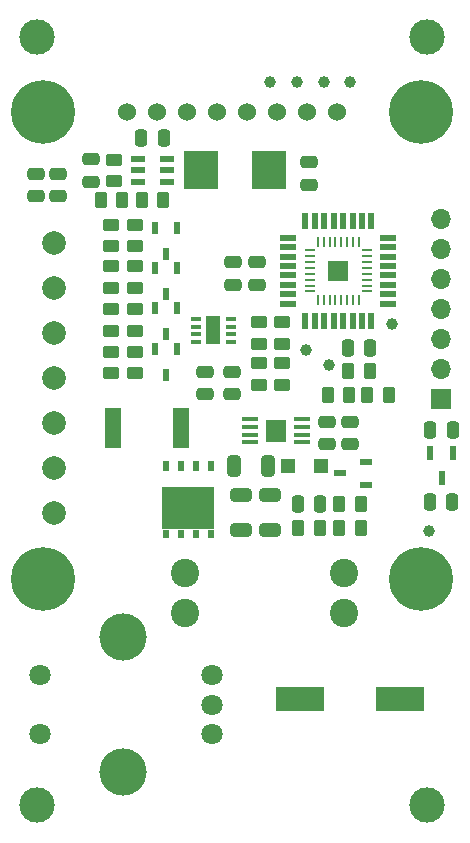
<source format=gbr>
%TF.GenerationSoftware,KiCad,Pcbnew,7.0.8*%
%TF.CreationDate,2023-10-15T13:57:05+02:00*%
%TF.ProjectId,AxxSolder,41787853-6f6c-4646-9572-2e6b69636164,rev?*%
%TF.SameCoordinates,Original*%
%TF.FileFunction,Soldermask,Bot*%
%TF.FilePolarity,Negative*%
%FSLAX46Y46*%
G04 Gerber Fmt 4.6, Leading zero omitted, Abs format (unit mm)*
G04 Created by KiCad (PCBNEW 7.0.8) date 2023-10-15 13:57:05*
%MOMM*%
%LPD*%
G01*
G04 APERTURE LIST*
G04 Aperture macros list*
%AMRoundRect*
0 Rectangle with rounded corners*
0 $1 Rounding radius*
0 $2 $3 $4 $5 $6 $7 $8 $9 X,Y pos of 4 corners*
0 Add a 4 corners polygon primitive as box body*
4,1,4,$2,$3,$4,$5,$6,$7,$8,$9,$2,$3,0*
0 Add four circle primitives for the rounded corners*
1,1,$1+$1,$2,$3*
1,1,$1+$1,$4,$5*
1,1,$1+$1,$6,$7*
1,1,$1+$1,$8,$9*
0 Add four rect primitives between the rounded corners*
20,1,$1+$1,$2,$3,$4,$5,0*
20,1,$1+$1,$4,$5,$6,$7,0*
20,1,$1+$1,$6,$7,$8,$9,0*
20,1,$1+$1,$8,$9,$2,$3,0*%
G04 Aperture macros list end*
%ADD10C,3.000000*%
%ADD11C,1.000000*%
%ADD12C,1.800000*%
%ADD13C,4.000000*%
%ADD14C,1.524000*%
%ADD15C,5.400000*%
%ADD16R,0.600000X1.050000*%
%ADD17C,2.000000*%
%ADD18R,1.450000X3.450000*%
%ADD19RoundRect,0.250000X-0.450000X0.262500X-0.450000X-0.262500X0.450000X-0.262500X0.450000X0.262500X0*%
%ADD20RoundRect,0.250000X0.475000X-0.250000X0.475000X0.250000X-0.475000X0.250000X-0.475000X-0.250000X0*%
%ADD21R,0.500000X0.925000*%
%ADD22R,0.600000X0.800000*%
%ADD23R,4.410000X3.655000*%
%ADD24RoundRect,0.250000X0.450000X-0.262500X0.450000X0.262500X-0.450000X0.262500X-0.450000X-0.262500X0*%
%ADD25RoundRect,0.250000X0.250000X0.475000X-0.250000X0.475000X-0.250000X-0.475000X0.250000X-0.475000X0*%
%ADD26R,0.850000X0.350000*%
%ADD27R,1.300000X2.450000*%
%ADD28R,2.850000X3.200000*%
%ADD29RoundRect,0.250000X0.650000X-0.325000X0.650000X0.325000X-0.650000X0.325000X-0.650000X-0.325000X0*%
%ADD30RoundRect,0.250000X-0.250000X-0.475000X0.250000X-0.475000X0.250000X0.475000X-0.250000X0.475000X0*%
%ADD31RoundRect,0.250000X-0.475000X0.250000X-0.475000X-0.250000X0.475000X-0.250000X0.475000X0.250000X0*%
%ADD32RoundRect,0.250000X-0.262500X-0.450000X0.262500X-0.450000X0.262500X0.450000X-0.262500X0.450000X0*%
%ADD33R,1.050000X0.600000*%
%ADD34R,1.700000X1.700000*%
%ADD35O,1.700000X1.700000*%
%ADD36R,0.600000X1.250000*%
%ADD37RoundRect,0.250000X0.262500X0.450000X-0.262500X0.450000X-0.262500X-0.450000X0.262500X-0.450000X0*%
%ADD38R,1.250000X0.600000*%
%ADD39C,2.400000*%
%ADD40R,1.200000X1.200000*%
%ADD41R,1.425000X0.450000*%
%ADD42R,1.680000X1.880000*%
%ADD43RoundRect,0.250000X-0.325000X-0.650000X0.325000X-0.650000X0.325000X0.650000X-0.325000X0.650000X0*%
%ADD44RoundRect,0.062500X0.062500X-0.375000X0.062500X0.375000X-0.062500X0.375000X-0.062500X-0.375000X0*%
%ADD45RoundRect,0.062500X0.375000X-0.062500X0.375000X0.062500X-0.375000X0.062500X-0.375000X-0.062500X0*%
%ADD46R,1.750000X1.750000*%
%ADD47R,4.150000X2.100000*%
%ADD48R,0.600000X1.475000*%
%ADD49R,1.475000X0.600000*%
G04 APERTURE END LIST*
D10*
%TO.C,H2*%
X100000000Y-115000000D03*
%TD*%
%TO.C,H3*%
X133000000Y-50000000D03*
%TD*%
D11*
%TO.C,TP3*%
X119750000Y-53750000D03*
%TD*%
D12*
%TO.C,U1*%
X100275000Y-109000000D03*
X100275000Y-104000000D03*
X114775000Y-109000000D03*
D13*
X107275000Y-112200000D03*
D12*
X114775000Y-106500000D03*
D13*
X107275000Y-100800000D03*
D12*
X114775000Y-104000000D03*
%TD*%
D14*
%TO.C,D4*%
X125390000Y-56320000D03*
D15*
X132500000Y-95820000D03*
X132500000Y-56320000D03*
D14*
X122850000Y-56320000D03*
D15*
X100500000Y-95820000D03*
X100500000Y-56320000D03*
D14*
X120310000Y-56320000D03*
X117770000Y-56320000D03*
X115230000Y-56320000D03*
X112690000Y-56320000D03*
X110150000Y-56320000D03*
X107610000Y-56320000D03*
%TD*%
D10*
%TO.C,H4*%
X100000000Y-50000000D03*
%TD*%
D16*
%TO.C,D3*%
X109950000Y-69525000D03*
X111850000Y-69525000D03*
X110900000Y-71725000D03*
%TD*%
D17*
%TO.C,J1*%
X101400000Y-67370000D03*
X101400000Y-71180000D03*
X101400000Y-74990000D03*
X101400000Y-78800000D03*
X101400000Y-82610000D03*
X101400000Y-86420000D03*
X101400000Y-90230000D03*
%TD*%
D18*
%TO.C,R10*%
X112200000Y-83100000D03*
X106400000Y-83100000D03*
%TD*%
D19*
%TO.C,R28*%
X106500000Y-60337500D03*
X106500000Y-62162500D03*
%TD*%
D20*
%TO.C,C1*%
X126500000Y-84450000D03*
X126500000Y-82550000D03*
%TD*%
D11*
%TO.C,TP6*%
X122725000Y-76475000D03*
%TD*%
D21*
%TO.C,U2*%
X110895000Y-86272500D03*
X112165000Y-86272500D03*
X113435000Y-86272500D03*
X114705000Y-86272500D03*
D22*
X110895000Y-92062500D03*
X112165000Y-92062500D03*
D23*
X112800000Y-89837500D03*
D22*
X113435000Y-92062500D03*
X114705000Y-92062500D03*
%TD*%
D11*
%TO.C,TP1*%
X133200000Y-91800000D03*
%TD*%
D19*
%TO.C,R6*%
X108250000Y-69387500D03*
X108250000Y-71212500D03*
%TD*%
%TO.C,R21*%
X108250000Y-76587500D03*
X108250000Y-78412500D03*
%TD*%
D24*
%TO.C,R19*%
X106250000Y-74812500D03*
X106250000Y-72987500D03*
%TD*%
D25*
%TO.C,C3*%
X123950000Y-89500000D03*
X122050000Y-89500000D03*
%TD*%
D26*
%TO.C,IC4*%
X113475000Y-75775000D03*
X113475000Y-75125000D03*
X113475000Y-74475000D03*
X113475000Y-73825000D03*
X116375000Y-73825000D03*
X116375000Y-74475000D03*
X116375000Y-75125000D03*
X116375000Y-75775000D03*
D27*
X114925000Y-74800000D03*
%TD*%
D28*
%TO.C,L1*%
X113900000Y-61250000D03*
X119600000Y-61250000D03*
%TD*%
D11*
%TO.C,TP2*%
X130000000Y-74250000D03*
%TD*%
D29*
%TO.C,C17*%
X119750000Y-91725000D03*
X119750000Y-88775000D03*
%TD*%
D24*
%TO.C,R20*%
X106250000Y-78412500D03*
X106250000Y-76587500D03*
%TD*%
D30*
%TO.C,C5*%
X133300000Y-83250000D03*
X135200000Y-83250000D03*
%TD*%
D31*
%TO.C,C14*%
X99900000Y-61550000D03*
X99900000Y-63450000D03*
%TD*%
%TO.C,C16*%
X116500000Y-78300000D03*
X116500000Y-80200000D03*
%TD*%
D32*
%TO.C,R2*%
X122087500Y-91500000D03*
X123912500Y-91500000D03*
%TD*%
%TO.C,R3*%
X125587500Y-91500000D03*
X127412500Y-91500000D03*
%TD*%
D33*
%TO.C,D12*%
X127800000Y-85950000D03*
X127800000Y-87850000D03*
X125600000Y-86900000D03*
%TD*%
D16*
%TO.C,D1*%
X109950000Y-66150000D03*
X111850000Y-66150000D03*
X110900000Y-68350000D03*
%TD*%
D24*
%TO.C,R8*%
X106250000Y-67662500D03*
X106250000Y-65837500D03*
%TD*%
D29*
%TO.C,C18*%
X117250000Y-91725000D03*
X117250000Y-88775000D03*
%TD*%
D24*
%TO.C,R22*%
X108250000Y-74812500D03*
X108250000Y-72987500D03*
%TD*%
D34*
%TO.C,J4*%
X134225000Y-80600000D03*
D35*
X134225000Y-78060000D03*
X134225000Y-75520000D03*
X134225000Y-72980000D03*
X134225000Y-70440000D03*
X134225000Y-67900000D03*
X134225000Y-65360000D03*
%TD*%
D36*
%TO.C,IC3*%
X133300000Y-85200000D03*
X135200000Y-85200000D03*
X134250000Y-87300000D03*
%TD*%
D37*
%TO.C,R29*%
X107212500Y-63800000D03*
X105387500Y-63800000D03*
%TD*%
D32*
%TO.C,R14*%
X127962500Y-80300000D03*
X129787500Y-80300000D03*
%TD*%
D24*
%TO.C,R26*%
X120750000Y-79412500D03*
X120750000Y-77587500D03*
%TD*%
D11*
%TO.C,TP9*%
X122000000Y-53750000D03*
%TD*%
D19*
%TO.C,R23*%
X120750000Y-74087500D03*
X120750000Y-75912500D03*
%TD*%
D24*
%TO.C,R5*%
X108250000Y-67662500D03*
X108250000Y-65837500D03*
%TD*%
D31*
%TO.C,C11*%
X118600000Y-69050000D03*
X118600000Y-70950000D03*
%TD*%
D32*
%TO.C,R18*%
X124587500Y-80300000D03*
X126412500Y-80300000D03*
%TD*%
D11*
%TO.C,TP5*%
X124700000Y-77700000D03*
%TD*%
D10*
%TO.C,H1*%
X133000000Y-115000000D03*
%TD*%
D11*
%TO.C,TP7*%
X124250000Y-53750000D03*
%TD*%
D38*
%TO.C,IC6*%
X111000000Y-60300000D03*
X111000000Y-61250000D03*
X111000000Y-62200000D03*
X108500000Y-62200000D03*
X108500000Y-61250000D03*
X108500000Y-60300000D03*
%TD*%
D39*
%TO.C,F1*%
X125950000Y-98700000D03*
X125950000Y-95300000D03*
X112480000Y-98700000D03*
X112480000Y-95300000D03*
%TD*%
D40*
%TO.C,D2*%
X121200000Y-86250000D03*
X124000000Y-86250000D03*
%TD*%
D16*
%TO.C,D5*%
X109950000Y-72925000D03*
X111850000Y-72925000D03*
X110900000Y-75125000D03*
%TD*%
D41*
%TO.C,IC1*%
X122462000Y-82325000D03*
X122462000Y-82975000D03*
X122462000Y-83625000D03*
X122462000Y-84275000D03*
X118038000Y-84275000D03*
X118038000Y-83625000D03*
X118038000Y-82975000D03*
X118038000Y-82325000D03*
D42*
X120250000Y-83300000D03*
%TD*%
D43*
%TO.C,C4*%
X116625000Y-86300000D03*
X119575000Y-86300000D03*
%TD*%
D19*
%TO.C,R24*%
X118750000Y-77587500D03*
X118750000Y-79412500D03*
%TD*%
D44*
%TO.C,IC5*%
X127250000Y-72187500D03*
X126750000Y-72187500D03*
X126250000Y-72187500D03*
X125750000Y-72187500D03*
X125250000Y-72187500D03*
X124750000Y-72187500D03*
X124250000Y-72187500D03*
X123750000Y-72187500D03*
D45*
X123062500Y-71500000D03*
X123062500Y-71000000D03*
X123062500Y-70500000D03*
X123062500Y-70000000D03*
X123062500Y-69500000D03*
X123062500Y-69000000D03*
X123062500Y-68500000D03*
X123062500Y-68000000D03*
D44*
X123750000Y-67312500D03*
X124250000Y-67312500D03*
X124750000Y-67312500D03*
X125250000Y-67312500D03*
X125750000Y-67312500D03*
X126250000Y-67312500D03*
X126750000Y-67312500D03*
X127250000Y-67312500D03*
D45*
X127937500Y-68000000D03*
X127937500Y-68500000D03*
X127937500Y-69000000D03*
X127937500Y-69500000D03*
X127937500Y-70000000D03*
X127937500Y-70500000D03*
X127937500Y-71000000D03*
X127937500Y-71500000D03*
D46*
X125500000Y-69750000D03*
%TD*%
D25*
%TO.C,C7*%
X128200000Y-76250000D03*
X126300000Y-76250000D03*
%TD*%
D19*
%TO.C,R9*%
X106250000Y-69387500D03*
X106250000Y-71212500D03*
%TD*%
D20*
%TO.C,C25*%
X123000000Y-62450000D03*
X123000000Y-60550000D03*
%TD*%
D11*
%TO.C,TP8*%
X126500000Y-53750000D03*
%TD*%
D31*
%TO.C,C21*%
X101800000Y-61550000D03*
X101800000Y-63450000D03*
%TD*%
D32*
%TO.C,R15*%
X126337500Y-78250000D03*
X128162500Y-78250000D03*
%TD*%
%TO.C,R1*%
X125587500Y-89500000D03*
X127412500Y-89500000D03*
%TD*%
D19*
%TO.C,R25*%
X118750000Y-74087500D03*
X118750000Y-75912500D03*
%TD*%
D31*
%TO.C,C12*%
X116600000Y-69050000D03*
X116600000Y-70950000D03*
%TD*%
D30*
%TO.C,C24*%
X108800000Y-58500000D03*
X110700000Y-58500000D03*
%TD*%
D20*
%TO.C,C2*%
X124500000Y-84450000D03*
X124500000Y-82550000D03*
%TD*%
D47*
%TO.C,C23*%
X130750000Y-106000000D03*
X122250000Y-106000000D03*
%TD*%
D32*
%TO.C,R27*%
X108837500Y-63800000D03*
X110662500Y-63800000D03*
%TD*%
D16*
%TO.C,D6*%
X109950000Y-76375000D03*
X111850000Y-76375000D03*
X110900000Y-78575000D03*
%TD*%
D25*
%TO.C,C20*%
X135150000Y-89300000D03*
X133250000Y-89300000D03*
%TD*%
D20*
%TO.C,C26*%
X104550000Y-62200000D03*
X104550000Y-60300000D03*
%TD*%
D31*
%TO.C,C15*%
X114250000Y-78300000D03*
X114250000Y-80200000D03*
%TD*%
D48*
%TO.C,IC2*%
X128300000Y-73988000D03*
X127500000Y-73988000D03*
X126700000Y-73988000D03*
X125900000Y-73988000D03*
X125100000Y-73988000D03*
X124300000Y-73988000D03*
X123500000Y-73988000D03*
X122700000Y-73988000D03*
D49*
X121262000Y-72550000D03*
X121262000Y-71750000D03*
X121262000Y-70950000D03*
X121262000Y-70150000D03*
X121262000Y-69350000D03*
X121262000Y-68550000D03*
X121262000Y-67750000D03*
X121262000Y-66950000D03*
D48*
X122700000Y-65512000D03*
X123500000Y-65512000D03*
X124300000Y-65512000D03*
X125100000Y-65512000D03*
X125900000Y-65512000D03*
X126700000Y-65512000D03*
X127500000Y-65512000D03*
X128300000Y-65512000D03*
D49*
X129738000Y-66950000D03*
X129738000Y-67750000D03*
X129738000Y-68550000D03*
X129738000Y-69350000D03*
X129738000Y-70150000D03*
X129738000Y-70950000D03*
X129738000Y-71750000D03*
X129738000Y-72550000D03*
%TD*%
M02*

</source>
